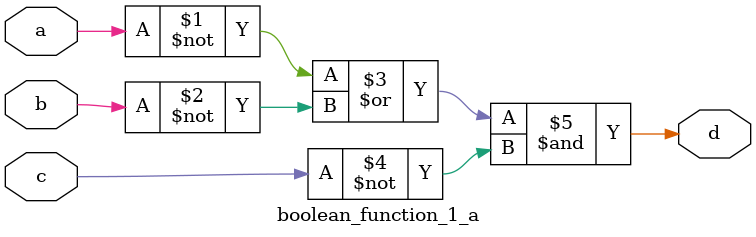
<source format=v>
`timescale 1ns / 1ps


module boolean_function_1_a(
    input a,
    input b,
    input c,
    output d
    );
    assign d=((~a)|(~b))&(~c);
endmodule

</source>
